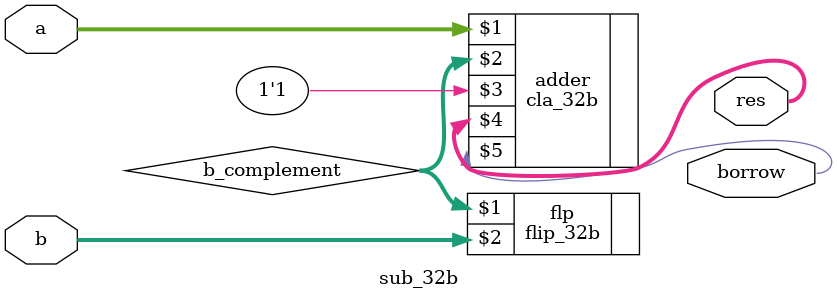
<source format=v>
module sub_32b(input [31:0] a, b, output [31:0] res, output borrow);
    wire [31:0] b_complement;
    flip_32b flp(b_complement,b);
	 
    cla_32b adder(a, b_complement, 1'b1, res, borrow);
endmodule

</source>
